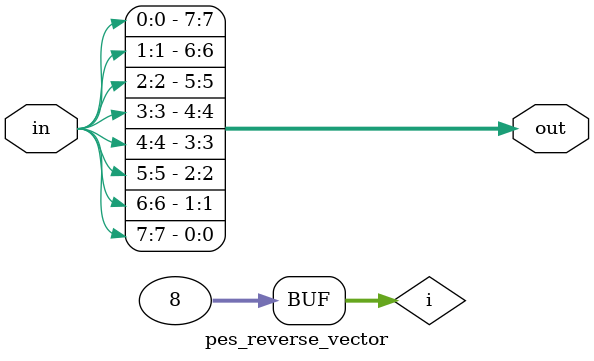
<source format=sv>


// INFO ------------------------------------------------------------------------
//  "Physically" reverses signal order within multi-bit bus
//  Thus in[7] signal becomes out[0], in[6] becomes out[1] and vise-versa
//  Module is no doubt synthesizable, but its instance does NOT occupy any FPGA resources!


/* --- INSTANTIATION TEMPLATE BEGIN ---

pes_reverse_vector #(
  .WIDTH( 8 )         // WIDTH must be >=2
) RV1 (
  .in( smth[7:0] ),
  .out( htms[7:0] )   // reversed bit order
);

--- INSTANTIATION TEMPLATE END ---*/


module pes_reverse_vector #( parameter
  WIDTH = 8
)(
  input [(WIDTH-1):0] in,
  output logic [(WIDTH-1):0] out
);

  integer i;
  always_comb begin
    for (i = 0; i < WIDTH ; i++) begin : gen_reverse
      out[i] = in[(WIDTH-1)-i];
    end // for
  end // always_comb

endmodule


</source>
